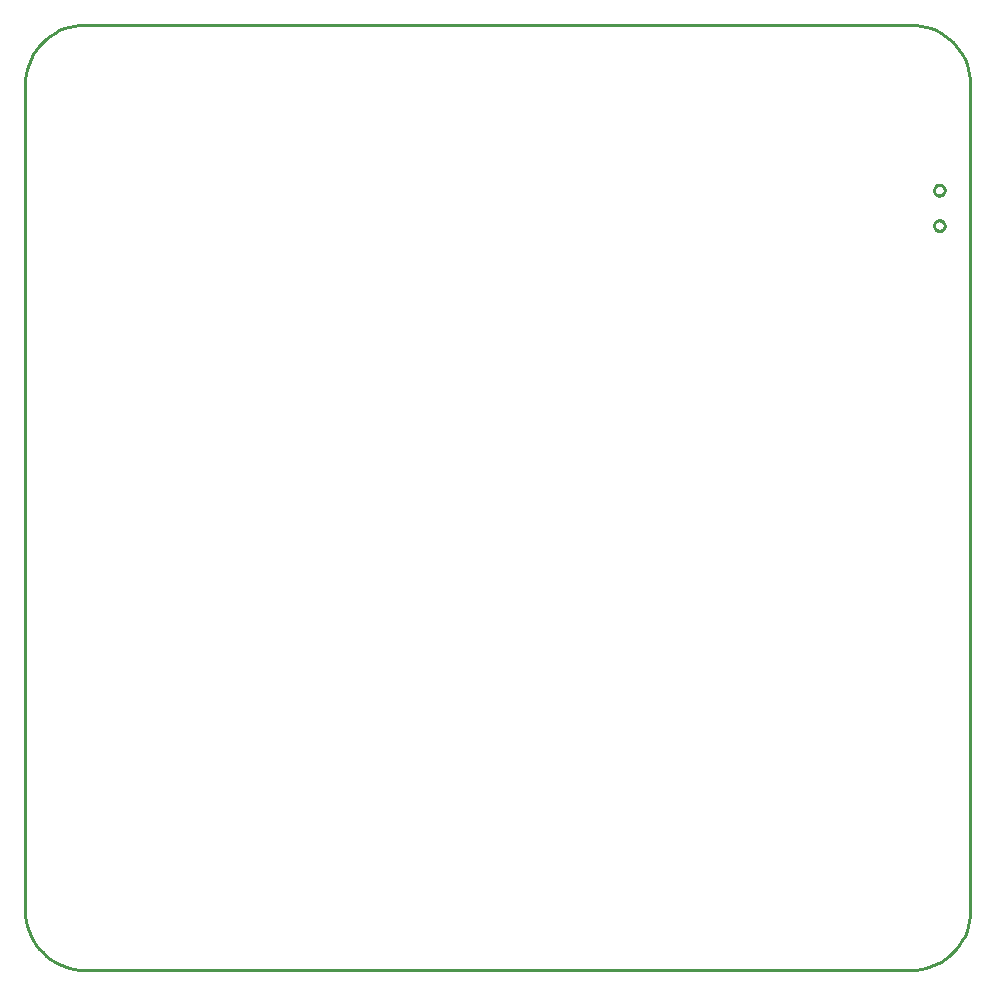
<source format=gbr>
G04 EAGLE Gerber RS-274X export*
G75*
%MOMM*%
%FSLAX34Y34*%
%LPD*%
%IN*%
%IPPOS*%
%AMOC8*
5,1,8,0,0,1.08239X$1,22.5*%
G01*
%ADD10C,0.254000*%


D10*
X0Y50000D02*
X190Y45642D01*
X760Y41318D01*
X1704Y37059D01*
X3015Y32899D01*
X4685Y28869D01*
X6699Y25000D01*
X9042Y21321D01*
X11698Y17861D01*
X14645Y14645D01*
X17861Y11698D01*
X21321Y9042D01*
X25000Y6699D01*
X28869Y4685D01*
X32899Y3015D01*
X37059Y1704D01*
X41318Y760D01*
X45642Y190D01*
X50000Y0D01*
X750000Y0D01*
X754358Y190D01*
X758682Y760D01*
X762941Y1704D01*
X767101Y3015D01*
X771131Y4685D01*
X775000Y6699D01*
X778679Y9042D01*
X782139Y11698D01*
X785355Y14645D01*
X788302Y17861D01*
X790958Y21321D01*
X793301Y25000D01*
X795315Y28869D01*
X796985Y32899D01*
X798296Y37059D01*
X799240Y41318D01*
X799810Y45642D01*
X800000Y50000D01*
X800000Y750000D01*
X799810Y754358D01*
X799240Y758682D01*
X798296Y762941D01*
X796985Y767101D01*
X795315Y771131D01*
X793301Y775000D01*
X790958Y778679D01*
X788302Y782139D01*
X785355Y785355D01*
X782139Y788302D01*
X778679Y790958D01*
X775000Y793301D01*
X771131Y795315D01*
X767101Y796985D01*
X762941Y798296D01*
X758682Y799240D01*
X754358Y799810D01*
X750000Y800000D01*
X50000Y800000D01*
X45642Y799810D01*
X41318Y799240D01*
X37059Y798296D01*
X32899Y796985D01*
X28869Y795315D01*
X25000Y793301D01*
X21321Y790958D01*
X17861Y788302D01*
X14645Y785355D01*
X11698Y782139D01*
X9042Y778679D01*
X6699Y775000D01*
X4685Y771131D01*
X3015Y767101D01*
X1704Y762941D01*
X760Y758682D01*
X190Y754358D01*
X0Y750000D01*
X0Y50000D01*
X774295Y634500D02*
X774880Y634423D01*
X775450Y634270D01*
X775995Y634045D01*
X776505Y633750D01*
X776973Y633391D01*
X777391Y632973D01*
X777750Y632505D01*
X778045Y631995D01*
X778270Y631450D01*
X778423Y630880D01*
X778500Y630295D01*
X778500Y629705D01*
X778423Y629120D01*
X778270Y628550D01*
X778045Y628005D01*
X777750Y627495D01*
X777391Y627027D01*
X776973Y626609D01*
X776505Y626250D01*
X775995Y625955D01*
X775450Y625730D01*
X774880Y625577D01*
X774295Y625500D01*
X773705Y625500D01*
X773120Y625577D01*
X772550Y625730D01*
X772005Y625955D01*
X771495Y626250D01*
X771027Y626609D01*
X770609Y627027D01*
X770250Y627495D01*
X769955Y628005D01*
X769730Y628550D01*
X769577Y629120D01*
X769500Y629705D01*
X769500Y630295D01*
X769577Y630880D01*
X769730Y631450D01*
X769955Y631995D01*
X770250Y632505D01*
X770609Y632973D01*
X771027Y633391D01*
X771495Y633750D01*
X772005Y634045D01*
X772550Y634270D01*
X773120Y634423D01*
X773705Y634500D01*
X774295Y634500D01*
X774295Y664500D02*
X774880Y664423D01*
X775450Y664270D01*
X775995Y664045D01*
X776505Y663750D01*
X776973Y663391D01*
X777391Y662973D01*
X777750Y662505D01*
X778045Y661995D01*
X778270Y661450D01*
X778423Y660880D01*
X778500Y660295D01*
X778500Y659705D01*
X778423Y659120D01*
X778270Y658550D01*
X778045Y658005D01*
X777750Y657495D01*
X777391Y657027D01*
X776973Y656609D01*
X776505Y656250D01*
X775995Y655955D01*
X775450Y655730D01*
X774880Y655577D01*
X774295Y655500D01*
X773705Y655500D01*
X773120Y655577D01*
X772550Y655730D01*
X772005Y655955D01*
X771495Y656250D01*
X771027Y656609D01*
X770609Y657027D01*
X770250Y657495D01*
X769955Y658005D01*
X769730Y658550D01*
X769577Y659120D01*
X769500Y659705D01*
X769500Y660295D01*
X769577Y660880D01*
X769730Y661450D01*
X769955Y661995D01*
X770250Y662505D01*
X770609Y662973D01*
X771027Y663391D01*
X771495Y663750D01*
X772005Y664045D01*
X772550Y664270D01*
X773120Y664423D01*
X773705Y664500D01*
X774295Y664500D01*
M02*

</source>
